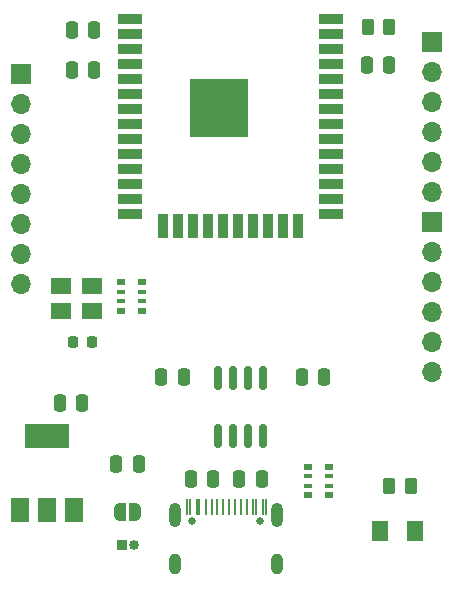
<source format=gbr>
%TF.GenerationSoftware,KiCad,Pcbnew,(5.99.0-9526-g5c17ff0595)*%
%TF.CreationDate,2021-04-11T17:42:10-05:00*%
%TF.ProjectId,DualingDev-ESP32,4475616c-696e-4674-9465-762d45535033,rev?*%
%TF.SameCoordinates,Original*%
%TF.FileFunction,Soldermask,Top*%
%TF.FilePolarity,Negative*%
%FSLAX46Y46*%
G04 Gerber Fmt 4.6, Leading zero omitted, Abs format (unit mm)*
G04 Created by KiCad (PCBNEW (5.99.0-9526-g5c17ff0595)) date 2021-04-11 17:42:10*
%MOMM*%
%LPD*%
G01*
G04 APERTURE LIST*
G04 Aperture macros list*
%AMRoundRect*
0 Rectangle with rounded corners*
0 $1 Rounding radius*
0 $2 $3 $4 $5 $6 $7 $8 $9 X,Y pos of 4 corners*
0 Add a 4 corners polygon primitive as box body*
4,1,4,$2,$3,$4,$5,$6,$7,$8,$9,$2,$3,0*
0 Add four circle primitives for the rounded corners*
1,1,$1+$1,$2,$3*
1,1,$1+$1,$4,$5*
1,1,$1+$1,$6,$7*
1,1,$1+$1,$8,$9*
0 Add four rect primitives between the rounded corners*
20,1,$1+$1,$2,$3,$4,$5,0*
20,1,$1+$1,$4,$5,$6,$7,0*
20,1,$1+$1,$6,$7,$8,$9,0*
20,1,$1+$1,$8,$9,$2,$3,0*%
%AMFreePoly0*
4,1,22,0.500000,-0.750000,0.000000,-0.750000,0.000000,-0.745033,-0.079941,-0.743568,-0.215256,-0.701293,-0.333266,-0.622738,-0.424486,-0.514219,-0.481581,-0.384460,-0.499164,-0.250000,-0.500000,-0.250000,-0.500000,0.250000,-0.499164,0.250000,-0.499963,0.256109,-0.478152,0.396186,-0.417904,0.524511,-0.324060,0.630769,-0.204165,0.706417,-0.067858,0.745374,0.000000,0.744959,0.000000,0.750000,
0.500000,0.750000,0.500000,-0.750000,0.500000,-0.750000,$1*%
%AMFreePoly1*
4,1,20,0.000000,0.744959,0.073905,0.744508,0.209726,0.703889,0.328688,0.626782,0.421226,0.519385,0.479903,0.390333,0.500000,0.250000,0.500000,-0.250000,0.499851,-0.262216,0.476331,-0.402017,0.414519,-0.529596,0.319384,-0.634700,0.198574,-0.708877,0.061801,-0.746166,0.000000,-0.745033,0.000000,-0.750000,-0.500000,-0.750000,-0.500000,0.750000,0.000000,0.750000,0.000000,0.744959,
0.000000,0.744959,$1*%
G04 Aperture macros list end*
%ADD10R,1.700000X1.700000*%
%ADD11O,1.700000X1.700000*%
%ADD12RoundRect,0.250000X-0.250000X-0.475000X0.250000X-0.475000X0.250000X0.475000X-0.250000X0.475000X0*%
%ADD13RoundRect,0.250000X-0.262500X-0.450000X0.262500X-0.450000X0.262500X0.450000X-0.262500X0.450000X0*%
%ADD14R,0.850000X0.850000*%
%ADD15O,0.850000X0.850000*%
%ADD16RoundRect,0.250001X-0.462499X-0.624999X0.462499X-0.624999X0.462499X0.624999X-0.462499X0.624999X0*%
%ADD17R,0.800000X0.500000*%
%ADD18R,0.800000X0.400000*%
%ADD19RoundRect,0.250000X0.250000X0.475000X-0.250000X0.475000X-0.250000X-0.475000X0.250000X-0.475000X0*%
%ADD20R,1.800000X1.400000*%
%ADD21C,0.650000*%
%ADD22R,0.250000X1.400000*%
%ADD23O,1.000000X1.800000*%
%ADD24O,1.000000X2.100000*%
%ADD25RoundRect,0.218750X-0.218750X-0.256250X0.218750X-0.256250X0.218750X0.256250X-0.218750X0.256250X0*%
%ADD26RoundRect,0.150000X0.150000X-0.825000X0.150000X0.825000X-0.150000X0.825000X-0.150000X-0.825000X0*%
%ADD27R,2.000000X0.900000*%
%ADD28R,0.900000X2.000000*%
%ADD29R,5.000000X5.000000*%
%ADD30R,1.500000X2.000000*%
%ADD31R,3.800000X2.000000*%
%ADD32FreePoly0,180.000000*%
%ADD33FreePoly1,180.000000*%
G04 APERTURE END LIST*
D10*
%TO.C,J1*%
X148400000Y-56250000D03*
D11*
X148400000Y-58790000D03*
X148400000Y-61330000D03*
X148400000Y-63870000D03*
X148400000Y-66410000D03*
X148400000Y-68950000D03*
%TD*%
D12*
%TO.C,C9*%
X117900000Y-55200000D03*
X119800000Y-55200000D03*
%TD*%
D13*
%TO.C,R2*%
X142975000Y-55000000D03*
X144800000Y-55000000D03*
%TD*%
D12*
%TO.C,C7*%
X142900000Y-58200000D03*
X144800000Y-58200000D03*
%TD*%
%TO.C,C2*%
X132100000Y-93200000D03*
X134000000Y-93200000D03*
%TD*%
D14*
%TO.C,J3*%
X122200000Y-98800000D03*
D15*
X123200000Y-98800000D03*
%TD*%
D16*
%TO.C,D3*%
X144025000Y-97600000D03*
X147000000Y-97600000D03*
%TD*%
D17*
%TO.C,RN1*%
X139700000Y-94600000D03*
D18*
X139700000Y-93800000D03*
X139700000Y-93000000D03*
D17*
X139700000Y-92200000D03*
X137900000Y-92200000D03*
D18*
X137900000Y-93000000D03*
X137900000Y-93800000D03*
D17*
X137900000Y-94600000D03*
%TD*%
D12*
%TO.C,C3*%
X121700000Y-92000000D03*
X123600000Y-92000000D03*
%TD*%
D10*
%TO.C,J2*%
X113600000Y-58925000D03*
D11*
X113600000Y-61465000D03*
X113600000Y-64005000D03*
X113600000Y-66545000D03*
X113600000Y-69085000D03*
X113600000Y-71625000D03*
X113600000Y-74165000D03*
X113600000Y-76705000D03*
%TD*%
D12*
%TO.C,C4*%
X116900000Y-86800000D03*
X118800000Y-86800000D03*
%TD*%
%TO.C,C8*%
X117900000Y-58600000D03*
X119800000Y-58600000D03*
%TD*%
D19*
%TO.C,C1*%
X129900000Y-93200000D03*
X128000000Y-93200000D03*
%TD*%
D20*
%TO.C,D1*%
X119600000Y-76900000D03*
X117000000Y-76900000D03*
X119600000Y-79000000D03*
X117000000Y-79000000D03*
%TD*%
D13*
%TO.C,R1*%
X144775000Y-93800000D03*
X146600000Y-93800000D03*
%TD*%
D10*
%TO.C,J4*%
X148400000Y-71490000D03*
D11*
X148400000Y-74030000D03*
X148400000Y-76570000D03*
X148400000Y-79110000D03*
X148400000Y-81650000D03*
X148400000Y-84190000D03*
%TD*%
D21*
%TO.C,P1*%
X133890000Y-96812500D03*
X128110000Y-96812500D03*
D22*
X127675000Y-95612500D03*
X128475000Y-95612500D03*
X129750000Y-95612500D03*
X130750000Y-95612500D03*
X131250000Y-95612500D03*
X129250000Y-95612500D03*
X133525000Y-95612500D03*
X134325000Y-95612500D03*
X134075000Y-95612500D03*
X133275000Y-95612500D03*
X132750000Y-95612500D03*
X131750000Y-95612500D03*
X130250000Y-95612500D03*
X132250000Y-95612500D03*
X128725000Y-95612500D03*
X127925000Y-95612500D03*
D23*
X135320000Y-100462500D03*
D24*
X126680000Y-96312500D03*
D23*
X126680000Y-100462500D03*
D24*
X135320000Y-96312500D03*
%TD*%
D25*
%TO.C,D2*%
X118025000Y-81600000D03*
X119600000Y-81600000D03*
%TD*%
D17*
%TO.C,RN2*%
X123900000Y-79000000D03*
D18*
X123900000Y-78200000D03*
X123900000Y-77400000D03*
D17*
X123900000Y-76600000D03*
X122100000Y-76600000D03*
D18*
X122100000Y-77400000D03*
X122100000Y-78200000D03*
D17*
X122100000Y-79000000D03*
%TD*%
D26*
%TO.C,U2*%
X130330000Y-89600000D03*
X131600000Y-89600000D03*
X132870000Y-89600000D03*
X134140000Y-89600000D03*
X134140000Y-84650000D03*
X132870000Y-84650000D03*
X131600000Y-84650000D03*
X130330000Y-84650000D03*
%TD*%
D19*
%TO.C,C6*%
X139300000Y-84600000D03*
X137400000Y-84600000D03*
%TD*%
D27*
%TO.C,U3*%
X122850000Y-54315000D03*
X122850000Y-55585000D03*
X122850000Y-56855000D03*
X122850000Y-58125000D03*
X122850000Y-59395000D03*
X122850000Y-60665000D03*
X122850000Y-61935000D03*
X122850000Y-63205000D03*
X122850000Y-64475000D03*
X122850000Y-65745000D03*
X122850000Y-67015000D03*
X122850000Y-68285000D03*
X122850000Y-69555000D03*
X122850000Y-70825000D03*
D28*
X125635000Y-71825000D03*
X126905000Y-71825000D03*
X128175000Y-71825000D03*
X129445000Y-71825000D03*
X130715000Y-71825000D03*
X131985000Y-71825000D03*
X133255000Y-71825000D03*
X134525000Y-71825000D03*
X135795000Y-71825000D03*
X137065000Y-71825000D03*
D27*
X139850000Y-70825000D03*
X139850000Y-69555000D03*
X139850000Y-68285000D03*
X139850000Y-67015000D03*
X139850000Y-65745000D03*
X139850000Y-64475000D03*
X139850000Y-63205000D03*
X139850000Y-61935000D03*
X139850000Y-60665000D03*
X139850000Y-59395000D03*
X139850000Y-58125000D03*
X139850000Y-56855000D03*
X139850000Y-55585000D03*
X139850000Y-54315000D03*
D29*
X130350000Y-61815000D03*
%TD*%
D30*
%TO.C,U1*%
X113500000Y-95900000D03*
D31*
X115800000Y-89600000D03*
D30*
X115800000Y-95900000D03*
X118100000Y-95900000D03*
%TD*%
D32*
%TO.C,JP1*%
X123300000Y-96000000D03*
D33*
X122000000Y-96000000D03*
%TD*%
D12*
%TO.C,C5*%
X125500000Y-84600000D03*
X127400000Y-84600000D03*
%TD*%
M02*

</source>
